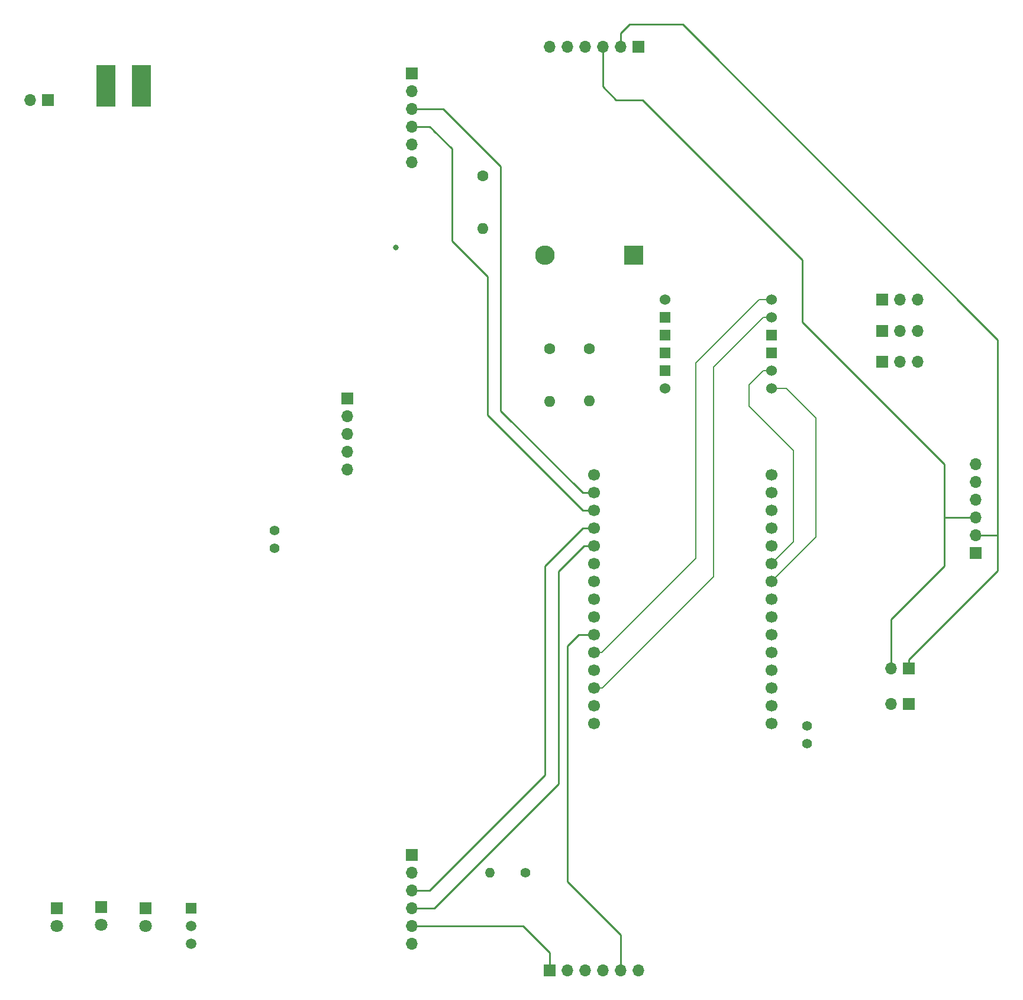
<source format=gbr>
%TF.GenerationSoftware,KiCad,Pcbnew,6.0.2+dfsg-1*%
%TF.CreationDate,2025-04-12T20:02:46+02:00*%
%TF.ProjectId,Placa base v1.0,506c6163-6120-4626-9173-652076312e30,rev?*%
%TF.SameCoordinates,Original*%
%TF.FileFunction,Copper,L3,Inr*%
%TF.FilePolarity,Positive*%
%FSLAX46Y46*%
G04 Gerber Fmt 4.6, Leading zero omitted, Abs format (unit mm)*
G04 Created by KiCad (PCBNEW 6.0.2+dfsg-1) date 2025-04-12 20:02:46*
%MOMM*%
%LPD*%
G01*
G04 APERTURE LIST*
%TA.AperFunction,ComponentPad*%
%ADD10C,1.400000*%
%TD*%
%TA.AperFunction,ComponentPad*%
%ADD11R,2.700000X6.000000*%
%TD*%
%TA.AperFunction,ComponentPad*%
%ADD12R,1.700000X1.700000*%
%TD*%
%TA.AperFunction,ComponentPad*%
%ADD13O,1.700000X1.700000*%
%TD*%
%TA.AperFunction,ComponentPad*%
%ADD14R,1.500000X1.500000*%
%TD*%
%TA.AperFunction,ComponentPad*%
%ADD15C,1.500000*%
%TD*%
%TA.AperFunction,ComponentPad*%
%ADD16C,1.524000*%
%TD*%
%TA.AperFunction,ComponentPad*%
%ADD17R,1.524000X1.524000*%
%TD*%
%TA.AperFunction,ComponentPad*%
%ADD18C,1.700000*%
%TD*%
%TA.AperFunction,ComponentPad*%
%ADD19C,1.600000*%
%TD*%
%TA.AperFunction,ComponentPad*%
%ADD20O,1.600000X1.600000*%
%TD*%
%TA.AperFunction,ComponentPad*%
%ADD21R,1.800000X1.800000*%
%TD*%
%TA.AperFunction,ComponentPad*%
%ADD22C,1.800000*%
%TD*%
%TA.AperFunction,ComponentPad*%
%ADD23R,2.800000X2.800000*%
%TD*%
%TA.AperFunction,ComponentPad*%
%ADD24O,2.800000X2.800000*%
%TD*%
%TA.AperFunction,ComponentPad*%
%ADD25O,1.400000X1.400000*%
%TD*%
%TA.AperFunction,ViaPad*%
%ADD26C,0.800000*%
%TD*%
%TA.AperFunction,Conductor*%
%ADD27C,0.200000*%
%TD*%
%TA.AperFunction,Conductor*%
%ADD28C,0.250000*%
%TD*%
G04 APERTURE END LIST*
D10*
%TO.N,+5V*%
%TO.C,JP1*%
X77470000Y-109855000D03*
%TO.N,Net-(JP1-Pad2)*%
X77470000Y-107315000D03*
%TD*%
D11*
%TO.N,+BATT*%
%TO.C,SW1*%
X53340000Y-43688000D03*
%TO.N,VCC*%
X58420000Y-43688000D03*
%TD*%
D12*
%TO.N,/M_RIGHT+*%
%TO.C,J1*%
X97155000Y-153670000D03*
D13*
%TO.N,GND*%
X97155000Y-156210000D03*
%TO.N,/ENC_RIGHT_A*%
X97155000Y-158750000D03*
%TO.N,/ENC_RIGHT_B*%
X97155000Y-161290000D03*
%TO.N,+3V3*%
X97155000Y-163830000D03*
%TO.N,/M_RIGHT-*%
X97155000Y-166370000D03*
%TD*%
D12*
%TO.N,GND*%
%TO.C,J9*%
X164480000Y-74295000D03*
D13*
X167020000Y-74295000D03*
X169560000Y-74295000D03*
%TD*%
D12*
%TO.N,+5V*%
%TO.C,J7*%
X164480000Y-83185000D03*
D13*
X167020000Y-83185000D03*
X169560000Y-83185000D03*
%TD*%
D14*
%TO.N,Net-(D3-Pad1)*%
%TO.C,Q2*%
X65590000Y-161280000D03*
D15*
%TO.N,/Vce*%
X65590000Y-163820000D03*
%TO.N,GND*%
X65590000Y-166360000D03*
%TD*%
D16*
%TO.N,+5V*%
%TO.C,U2*%
X133350000Y-74295000D03*
D17*
%TO.N,/M_LEFT+*%
X133350000Y-76835000D03*
%TO.N,/M_LEFT-*%
X133350000Y-79375000D03*
%TO.N,/M_RIGHT+*%
X133350000Y-81915000D03*
%TO.N,/M_RIGHT-*%
X133350000Y-84455000D03*
D16*
%TO.N,unconnected-(U2-Pad6)*%
X133350000Y-86995000D03*
%TO.N,/PWM_RIGHT+*%
X148590000Y-86995000D03*
%TO.N,/PWM_RIGHT-*%
X148590000Y-84455000D03*
D17*
%TO.N,+5V*%
X148590000Y-81915000D03*
%TO.N,GNDA*%
X148590000Y-79375000D03*
D16*
%TO.N,/PWM_LEFT+*%
X148590000Y-76835000D03*
%TO.N,/PWM_LEFT-*%
X148590000Y-74295000D03*
%TD*%
D18*
%TO.N,unconnected-(U4-Pad1)*%
%TO.C,U4*%
X123190000Y-99360000D03*
%TO.N,/ENC_LEFT_A*%
X123190000Y-101900000D03*
%TO.N,/ENC_LEFT_B*%
X123190000Y-104440000D03*
%TO.N,/ENC_RIGHT_A*%
X123190000Y-106980000D03*
%TO.N,/ENC_RIGHT_B*%
X123190000Y-109520000D03*
%TO.N,/BATTERY_CURRENT*%
X123190000Y-112060000D03*
%TO.N,/BATTERY_VOLTAGE*%
X123190000Y-114600000D03*
%TO.N,/XSHUT_L*%
X123190000Y-117140000D03*
%TO.N,/XSHUT_C*%
X123190000Y-119680000D03*
%TO.N,/XSHUT_R*%
X123190000Y-122220000D03*
%TO.N,/PWM_LEFT-*%
X123190000Y-124760000D03*
%TO.N,unconnected-(U4-Pad12)*%
X123190000Y-127300000D03*
%TO.N,/PWM_LEFT+*%
X123190000Y-129840000D03*
%TO.N,GND*%
X123190000Y-132380000D03*
%TO.N,+5V*%
X123190000Y-134920000D03*
%TO.N,Net-(JP2-Pad1)*%
X148590000Y-134920000D03*
%TO.N,GND*%
X148590000Y-132380000D03*
%TO.N,unconnected-(U4-Pad18)*%
X148590000Y-129840000D03*
%TO.N,unconnected-(U4-Pad19)*%
X148590000Y-127300000D03*
%TO.N,/GPIO1_R*%
X148590000Y-124760000D03*
%TO.N,unconnected-(U4-Pad21)*%
X148590000Y-122220000D03*
%TO.N,unconnected-(U4-Pad22)*%
X148590000Y-119680000D03*
%TO.N,unconnected-(U4-Pad23)*%
X148590000Y-117140000D03*
%TO.N,/PWM_RIGHT+*%
X148590000Y-114600000D03*
%TO.N,/PWM_RIGHT-*%
X148590000Y-112060000D03*
%TO.N,/SDA*%
X148590000Y-109520000D03*
%TO.N,/GPIO1_L*%
X148590000Y-106980000D03*
%TO.N,unconnected-(U4-Pad28)*%
X148590000Y-104440000D03*
%TO.N,/SCL*%
X148590000Y-101900000D03*
%TO.N,/GPIO1_C*%
X148590000Y-99360000D03*
%TD*%
D12*
%TO.N,+BATT*%
%TO.C,J_Batt1*%
X45090000Y-45720000D03*
D13*
%TO.N,GNDA*%
X42550000Y-45720000D03*
%TD*%
D10*
%TO.N,Net-(JP2-Pad1)*%
%TO.C,JP2*%
X153670000Y-135275000D03*
%TO.N,+3V3*%
X153670000Y-137815000D03*
%TD*%
D12*
%TO.N,+3V3*%
%TO.C,J8*%
X164480000Y-78740000D03*
D13*
X167020000Y-78740000D03*
X169560000Y-78740000D03*
%TD*%
D19*
%TO.N,Net-(C3-Pad1)*%
%TO.C,C4*%
X122555000Y-81280000D03*
D20*
%TO.N,GND*%
X122555000Y-88780000D03*
%TD*%
D12*
%TO.N,/SCL*%
%TO.C,J_I2C_2*%
X168255000Y-127000000D03*
D13*
%TO.N,/SDA*%
X165715000Y-127000000D03*
%TD*%
D12*
%TO.N,+3V3*%
%TO.C,J4*%
X129540000Y-38100000D03*
D13*
%TO.N,/SCL*%
X127000000Y-38100000D03*
%TO.N,/SDA*%
X124460000Y-38100000D03*
%TO.N,/GPIO1_L*%
X121920000Y-38100000D03*
%TO.N,/XSHUT_L*%
X119380000Y-38100000D03*
%TO.N,GND*%
X116840000Y-38100000D03*
%TD*%
D21*
%TO.N,GND*%
%TO.C,D2*%
X52705000Y-161158000D03*
D22*
%TO.N,Net-(D2-Pad2)*%
X52705000Y-163698000D03*
%TD*%
D23*
%TO.N,+3V3*%
%TO.C,Bat49*%
X128905000Y-67945000D03*
D24*
%TO.N,/BATTERY_CURRENT*%
X116205000Y-67945000D03*
%TD*%
D21*
%TO.N,Net-(D3-Pad1)*%
%TO.C,D3*%
X59055000Y-161285000D03*
D22*
%TO.N,Net-(D3-Pad2)*%
X59055000Y-163825000D03*
%TD*%
D10*
%TO.N,GND*%
%TO.C,R0*%
X113361000Y-156210000D03*
D25*
%TO.N,GNDA*%
X108281000Y-156210000D03*
%TD*%
D12*
%TO.N,/SCL*%
%TO.C,J_I2C_1*%
X168255000Y-132105000D03*
D13*
%TO.N,/SDA*%
X165715000Y-132105000D03*
%TD*%
D19*
%TO.N,GND*%
%TO.C,C2*%
X107315000Y-56575000D03*
D20*
%TO.N,+5V*%
X107315000Y-64075000D03*
%TD*%
D12*
%TO.N,/M_LEFT+*%
%TO.C,J2*%
X97155000Y-41910000D03*
D13*
%TO.N,+3V3*%
X97155000Y-44450000D03*
%TO.N,/ENC_LEFT_A*%
X97155000Y-46990000D03*
%TO.N,/ENC_LEFT_B*%
X97155000Y-49530000D03*
%TO.N,GND*%
X97155000Y-52070000D03*
%TO.N,/M_LEFT-*%
X97155000Y-54610000D03*
%TD*%
D12*
%TO.N,VDC*%
%TO.C,J_DC-DC1*%
X87884000Y-88392000D03*
D13*
%TO.N,GNDA*%
X87884000Y-90932000D03*
%TO.N,/Vbe*%
X87884000Y-93472000D03*
%TO.N,/Vce*%
X87884000Y-96012000D03*
%TO.N,Net-(JP1-Pad2)*%
X87884000Y-98552000D03*
%TD*%
D12*
%TO.N,+3V3*%
%TO.C,J6*%
X116840000Y-170180000D03*
D13*
%TO.N,/SCL*%
X119380000Y-170180000D03*
%TO.N,/SDA*%
X121920000Y-170180000D03*
%TO.N,/GPIO1_R*%
X124460000Y-170180000D03*
%TO.N,/XSHUT_R*%
X127000000Y-170180000D03*
%TO.N,GND*%
X129540000Y-170180000D03*
%TD*%
D19*
%TO.N,Net-(C3-Pad1)*%
%TO.C,C3*%
X116840000Y-81340000D03*
D20*
%TO.N,GND*%
X116840000Y-88840000D03*
%TD*%
D12*
%TO.N,+3V3*%
%TO.C,J5*%
X177800000Y-110490000D03*
D13*
%TO.N,/SCL*%
X177800000Y-107950000D03*
%TO.N,/SDA*%
X177800000Y-105410000D03*
%TO.N,/GPIO1_C*%
X177800000Y-102870000D03*
%TO.N,/XSHUT_C*%
X177800000Y-100330000D03*
%TO.N,GND*%
X177800000Y-97790000D03*
%TD*%
D21*
%TO.N,GND*%
%TO.C,D1*%
X46355000Y-161290000D03*
D22*
%TO.N,Net-(D1-Pad2)*%
X46355000Y-163830000D03*
%TD*%
D26*
%TO.N,/BATTERY_VOLTAGE*%
X94869000Y-66802000D03*
%TD*%
D27*
%TO.N,/PWM_LEFT-*%
X123190000Y-124760000D02*
X124287000Y-124760000D01*
X146812000Y-74295000D02*
X148590000Y-74295000D01*
X137795000Y-83312000D02*
X146812000Y-74295000D01*
X124287000Y-124760000D02*
X137795000Y-111252000D01*
X137795000Y-111252000D02*
X137795000Y-83312000D01*
D28*
%TO.N,/ENC_RIGHT_B*%
X100330000Y-161290000D02*
X97155000Y-161290000D01*
X118110000Y-113157000D02*
X118110000Y-143510000D01*
X123190000Y-109520000D02*
X121747000Y-109520000D01*
X118110000Y-143510000D02*
X100330000Y-161290000D01*
X121747000Y-109520000D02*
X118110000Y-113157000D01*
%TO.N,/ENC_RIGHT_A*%
X116205000Y-142240000D02*
X99695000Y-158750000D01*
X121620000Y-106980000D02*
X116205000Y-112395000D01*
X99695000Y-158750000D02*
X97155000Y-158750000D01*
X123190000Y-106980000D02*
X121620000Y-106980000D01*
X116205000Y-112395000D02*
X116205000Y-142240000D01*
%TO.N,+3V3*%
X113030000Y-163830000D02*
X116840000Y-167640000D01*
X97155000Y-163830000D02*
X113030000Y-163830000D01*
X116840000Y-167640000D02*
X116840000Y-170180000D01*
%TO.N,/SDA*%
X173355000Y-107315000D02*
X173355000Y-105410000D01*
X173355000Y-97790000D02*
X153035000Y-77470000D01*
X165715000Y-120035000D02*
X173355000Y-112395000D01*
X126365000Y-45720000D02*
X124460000Y-43815000D01*
X173355000Y-112395000D02*
X173355000Y-107315000D01*
X173355000Y-105410000D02*
X173355000Y-97790000D01*
X124460000Y-43815000D02*
X124460000Y-38100000D01*
X130175000Y-45720000D02*
X126365000Y-45720000D01*
X153035000Y-77470000D02*
X153035000Y-68580000D01*
X153035000Y-68580000D02*
X130175000Y-45720000D01*
X177800000Y-105410000D02*
X173355000Y-105410000D01*
X165715000Y-127000000D02*
X165715000Y-120035000D01*
%TO.N,/SCL*%
X127000000Y-38100000D02*
X127000000Y-36195000D01*
X180975000Y-113030000D02*
X180975000Y-107950000D01*
X180975000Y-80010000D02*
X135890000Y-34925000D01*
X127000000Y-36195000D02*
X127635000Y-35560000D01*
X180975000Y-107950000D02*
X180975000Y-80010000D01*
X177800000Y-107950000D02*
X180975000Y-107950000D01*
X168255000Y-125750000D02*
X180975000Y-113030000D01*
X127635000Y-35560000D02*
X128270000Y-34925000D01*
X128270000Y-34925000D02*
X135890000Y-34925000D01*
X168255000Y-127000000D02*
X168255000Y-125750000D01*
%TO.N,/XSHUT_R*%
X119380000Y-157480000D02*
X119380000Y-123825000D01*
X127000000Y-165100000D02*
X119380000Y-157480000D01*
X120985000Y-122220000D02*
X123190000Y-122220000D01*
X127000000Y-170180000D02*
X127000000Y-165100000D01*
X119380000Y-123825000D02*
X120985000Y-122220000D01*
D27*
%TO.N,/PWM_LEFT+*%
X124414000Y-129840000D02*
X140335000Y-113919000D01*
X147447000Y-76835000D02*
X148590000Y-76835000D01*
X123190000Y-129840000D02*
X124414000Y-129840000D01*
X140335000Y-83947000D02*
X147447000Y-76835000D01*
X140335000Y-113919000D02*
X140335000Y-83947000D01*
%TO.N,/PWM_RIGHT+*%
X154940000Y-108250000D02*
X154940000Y-91186000D01*
X150749000Y-86995000D02*
X148590000Y-86995000D01*
X154940000Y-91186000D02*
X150749000Y-86995000D01*
X148590000Y-114600000D02*
X154940000Y-108250000D01*
%TO.N,/PWM_RIGHT-*%
X145415000Y-86487000D02*
X147447000Y-84455000D01*
X151765000Y-108885000D02*
X151765000Y-95885000D01*
X147447000Y-84455000D02*
X148590000Y-84455000D01*
X151765000Y-95885000D02*
X145415000Y-89535000D01*
X148590000Y-112060000D02*
X151765000Y-108885000D01*
X145415000Y-89535000D02*
X145415000Y-86487000D01*
D28*
%TO.N,/ENC_LEFT_B*%
X107950000Y-90805000D02*
X121585000Y-104440000D01*
X97155000Y-49530000D02*
X99695000Y-49530000D01*
X100203000Y-50038000D02*
X102870000Y-52705000D01*
X102870000Y-65913000D02*
X107950000Y-70993000D01*
X107950000Y-70993000D02*
X107950000Y-90805000D01*
X121585000Y-104440000D02*
X123190000Y-104440000D01*
X102870000Y-52705000D02*
X102870000Y-65913000D01*
X99695000Y-49530000D02*
X100330000Y-50165000D01*
%TO.N,/ENC_LEFT_A*%
X121585000Y-101900000D02*
X123190000Y-101900000D01*
X109855000Y-90170000D02*
X121585000Y-101900000D01*
X101600000Y-46990000D02*
X109855000Y-55245000D01*
X109855000Y-55245000D02*
X109855000Y-90170000D01*
X97155000Y-46990000D02*
X101600000Y-46990000D01*
%TD*%
M02*

</source>
